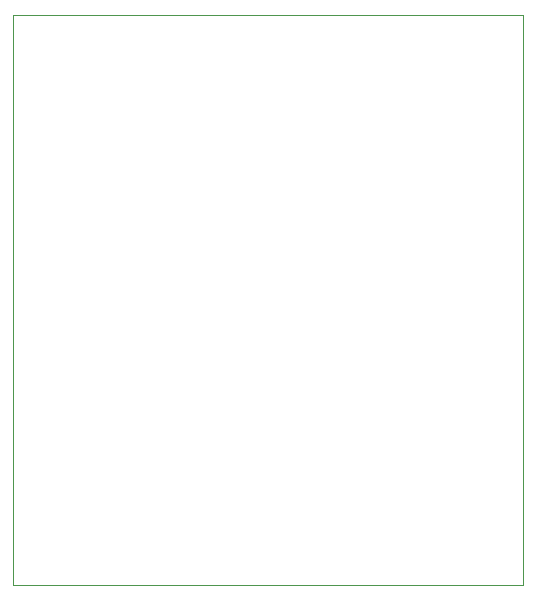
<source format=gbr>
G04 #@! TF.GenerationSoftware,KiCad,Pcbnew,(5.0.1)-3*
G04 #@! TF.CreationDate,2018-10-20T23:17:48-07:00*
G04 #@! TF.ProjectId,ODKB_Board,4F444B425F426F6172642E6B69636164,rev?*
G04 #@! TF.SameCoordinates,Original*
G04 #@! TF.FileFunction,Profile,NP*
%FSLAX46Y46*%
G04 Gerber Fmt 4.6, Leading zero omitted, Abs format (unit mm)*
G04 Created by KiCad (PCBNEW (5.0.1)-3) date 10/20/2018 11:17:48 PM*
%MOMM*%
%LPD*%
G01*
G04 APERTURE LIST*
%ADD10C,0.100000*%
G04 APERTURE END LIST*
D10*
X48768000Y-79248000D02*
X48768000Y-30988000D01*
X91948000Y-79248000D02*
X48768000Y-79248000D01*
X91948000Y-30988000D02*
X91948000Y-79248000D01*
X48768000Y-30988000D02*
X91948000Y-30988000D01*
M02*

</source>
